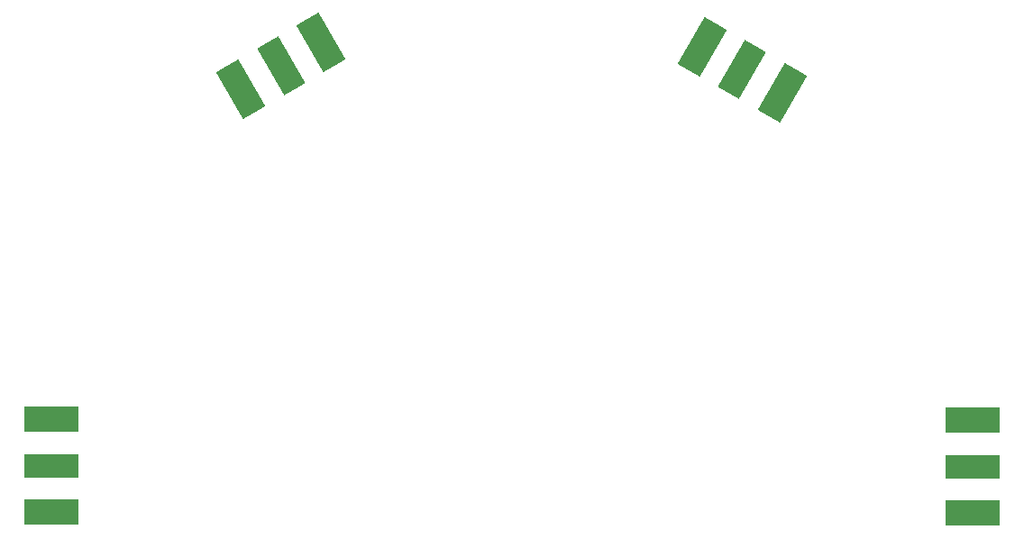
<source format=gts>
%TF.GenerationSoftware,KiCad,Pcbnew,8.0.7-8.0.7-0~ubuntu22.04.1*%
%TF.CreationDate,2025-04-11T11:52:52+01:00*%
%TF.ProjectId,ratrace_coupler,72617472-6163-4655-9f63-6f75706c6572,rev?*%
%TF.SameCoordinates,Original*%
%TF.FileFunction,Soldermask,Top*%
%TF.FilePolarity,Negative*%
%FSLAX46Y46*%
G04 Gerber Fmt 4.6, Leading zero omitted, Abs format (unit mm)*
G04 Created by KiCad (PCBNEW 8.0.7-8.0.7-0~ubuntu22.04.1) date 2025-04-11 11:52:52*
%MOMM*%
%LPD*%
G01*
G04 APERTURE LIST*
G04 Aperture macros list*
%AMRotRect*
0 Rectangle, with rotation*
0 The origin of the aperture is its center*
0 $1 length*
0 $2 width*
0 $3 Rotation angle, in degrees counterclockwise*
0 Add horizontal line*
21,1,$1,$2,0,0,$3*%
G04 Aperture macros list end*
%ADD10RotRect,5.080000X2.290000X300.000000*%
%ADD11RotRect,5.080000X2.420000X300.000000*%
%ADD12RotRect,5.080000X2.290000X240.000000*%
%ADD13RotRect,5.080000X2.420000X240.000000*%
%ADD14R,5.080000X2.290000*%
%ADD15R,5.080000X2.420000*%
G04 APERTURE END LIST*
D10*
X101335001Y-66224723D03*
D11*
X105128191Y-64034723D03*
X97541809Y-68414723D03*
D12*
X144665001Y-66624723D03*
D13*
X148458192Y-68814723D03*
X140871811Y-64434724D03*
D14*
X166330000Y-103900000D03*
D15*
X166330000Y-108280000D03*
X166330000Y-99520000D03*
D14*
X79780000Y-103800000D03*
D15*
X79780000Y-99420000D03*
X79780000Y-108180000D03*
M02*

</source>
